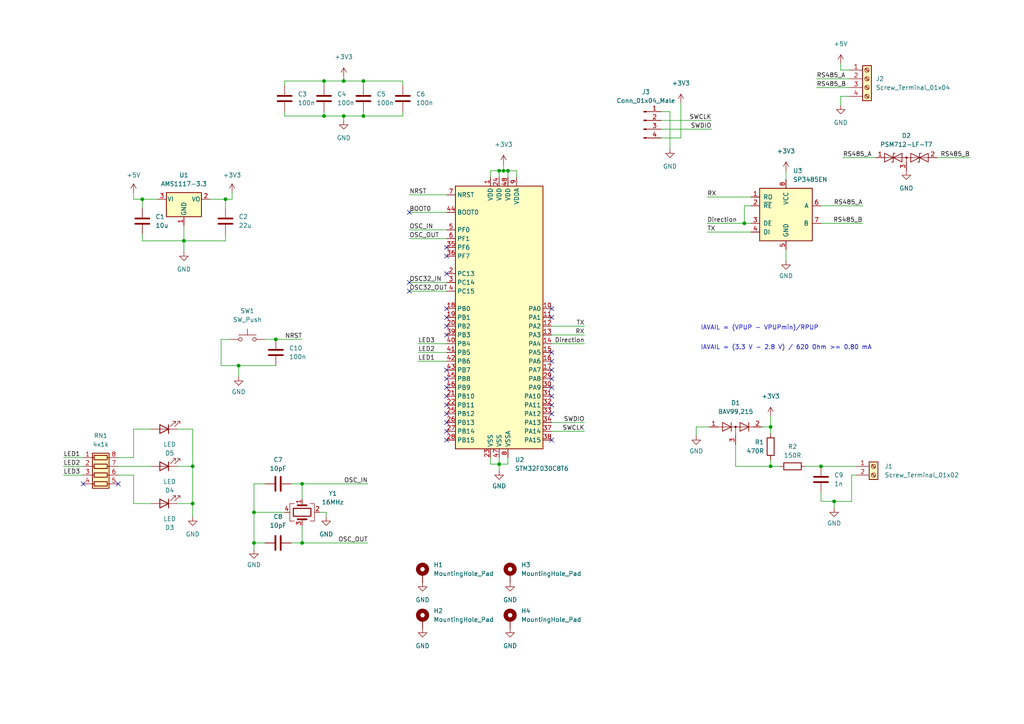
<source format=kicad_sch>
(kicad_sch (version 20211123) (generator eeschema)
  (paper "A4")
  (title_block (title "STM32 RS485 iButton Reader") (date "2023-06-05") (rev "1") (company "Chaosdorf - rappet"))
  (lib_symbols
    (symbol "Connector:Conn_01x04_Male" (pin_names (offset 1.016) hide)
      (property "Reference" "J" (at 0 5.08 0))
      (property "Value" "Conn_01x04_Male" (at 0 -7.62 0))
      (symbol "Conn_01x04_Male_1_1"
        (polyline (pts (xy 1.27 -5.08) (xy 0.8636 -5.08)) (stroke (width 0.1524)))
        (polyline (pts (xy 1.27 -2.54) (xy 0.8636 -2.54)) (stroke (width 0.1524)))
        (polyline (pts (xy 1.27 0) (xy 0.8636 0)) (stroke (width 0.1524)))
        (polyline (pts (xy 1.27 2.54) (xy 0.8636 2.54)) (stroke (width 0.1524)))
        (rectangle (start 0.8636 -4.953) (end 0 -5.207) (stroke (width 0.1524)) (fill (type outline)))
        (rectangle (start 0.8636 -2.413) (end 0 -2.667) (stroke (width 0.1524)) (fill (type outline)))
        (rectangle (start 0.8636 0.127) (end 0 -0.127) (stroke (width 0.1524)) (fill (type outline)))
        (rectangle (start 0.8636 2.667) (end 0 2.413) (stroke (width 0.1524)) (fill (type outline)))
        (pin passive line (at 5.08 2.54 180) (length 3.81) (name "Pin_1") (number "1"))
        (pin passive line (at 5.08 0 180) (length 3.81) (name "Pin_2") (number "2"))
        (pin passive line (at 5.08 -2.54 180) (length 3.81) (name "Pin_3") (number "3"))
        (pin passive line (at 5.08 -5.08 180) (length 3.81) (name "Pin_4") (number "4"))
      )
    )
    (symbol "Connector:Screw_Terminal_01x02" (pin_names (offset 1.016) hide)
      (property "Reference" "J" (at 0 2.54 0))
      (property "Value" "Screw_Terminal_01x02" (at 0 -5.08 0))
      (symbol "Screw_Terminal_01x02_1_1"
        (rectangle (start -1.27 1.27) (end 1.27 -3.81) (stroke (width 0.254)) (fill (type background)))
        (circle (center 0 -2.54) (radius 0.635) (stroke (width 0.1524)))
        (polyline (pts (xy -0.5334 -2.2098) (xy 0.3302 -3.048)) (stroke (width 0.1524)))
        (polyline (pts (xy -0.5334 0.3302) (xy 0.3302 -0.508)) (stroke (width 0.1524)))
        (polyline (pts (xy -0.3556 -2.032) (xy 0.508 -2.8702)) (stroke (width 0.1524)))
        (polyline (pts (xy -0.3556 0.508) (xy 0.508 -0.3302)) (stroke (width 0.1524)))
        (circle (center 0 0) (radius 0.635) (stroke (width 0.1524)))
        (pin passive line (at -5.08 0 0) (length 3.81) (name "Pin_1") (number "1"))
        (pin passive line (at -5.08 -2.54 0) (length 3.81) (name "Pin_2") (number "2"))
      )
    )
    (symbol "Connector:Screw_Terminal_01x04" (pin_names (offset 1.016) hide)
      (property "Reference" "J" (at 0 5.08 0))
      (property "Value" "Screw_Terminal_01x04" (at 0 -7.62 0))
      (symbol "Screw_Terminal_01x04_1_1"
        (rectangle (start -1.27 3.81) (end 1.27 -6.35) (stroke (width 0.254)) (fill (type background)))
        (circle (center 0 -5.08) (radius 0.635) (stroke (width 0.1524)))
        (circle (center 0 -2.54) (radius 0.635) (stroke (width 0.1524)))
        (polyline (pts (xy -0.5334 -4.7498) (xy 0.3302 -5.588)) (stroke (width 0.1524)))
        (polyline (pts (xy -0.5334 -2.2098) (xy 0.3302 -3.048)) (stroke (width 0.1524)))
        (polyline (pts (xy -0.5334 0.3302) (xy 0.3302 -0.508)) (stroke (width 0.1524)))
        (polyline (pts (xy -0.5334 2.8702) (xy 0.3302 2.032)) (stroke (width 0.1524)))
        (polyline (pts (xy -0.3556 -4.572) (xy 0.508 -5.4102)) (stroke (width 0.1524)))
        (polyline (pts (xy -0.3556 -2.032) (xy 0.508 -2.8702)) (stroke (width 0.1524)))
        (polyline (pts (xy -0.3556 0.508) (xy 0.508 -0.3302)) (stroke (width 0.1524)))
        (polyline (pts (xy -0.3556 3.048) (xy 0.508 2.2098)) (stroke (width 0.1524)))
        (circle (center 0 0) (radius 0.635) (stroke (width 0.1524)))
        (circle (center 0 2.54) (radius 0.635) (stroke (width 0.1524)))
        (pin passive line (at -5.08 2.54 0) (length 3.81) (name "Pin_1") (number "1"))
        (pin passive line (at -5.08 0 0) (length 3.81) (name "Pin_2") (number "2"))
        (pin passive line (at -5.08 -2.54 0) (length 3.81) (name "Pin_3") (number "3"))
        (pin passive line (at -5.08 -5.08 0) (length 3.81) (name "Pin_4") (number "4"))
      )
    )
    (symbol "Device:C" (pin_numbers hide) (pin_names (offset 0.254))
      (property "Reference" "C" (at 0.635 2.54 0))
      (property "Value" "C" (at 0.635 -2.54 0))
      (symbol "C_0_1"
        (polyline (pts (xy -2.032 -0.762) (xy 2.032 -0.762)) (stroke (width 0.508)))
        (polyline (pts (xy -2.032 0.762) (xy 2.032 0.762)) (stroke (width 0.508)))
      )
      (symbol "C_1_1"
        (pin passive line (at 0 3.81 270) (length 2.794) (name "~") (number "1"))
        (pin passive line (at 0 -3.81 90) (length 2.794) (name "~") (number "2"))
      )
    )
    (symbol "Device:Crystal_GND24" (pin_names (offset 1.016) hide)
      (property "Reference" "Y" (at 3.175 5.08 0))
      (property "Value" "Crystal_GND24" (at 3.175 3.175 0))
      (symbol "Crystal_GND24_0_1"
        (rectangle (start -1.143 2.54) (end 1.143 -2.54) (stroke (width 0.3048)))
        (polyline (pts (xy -2.54 0) (xy -2.032 0)))
        (polyline (pts (xy -2.032 -1.27) (xy -2.032 1.27)) (stroke (width 0.508)))
        (polyline (pts (xy 0 -3.81) (xy 0 -3.556)))
        (polyline (pts (xy 0 3.556) (xy 0 3.81)))
        (polyline (pts (xy 2.032 -1.27) (xy 2.032 1.27)) (stroke (width 0.508)))
        (polyline (pts (xy 2.032 0) (xy 2.54 0)))
        (polyline (pts (xy -2.54 -2.286) (xy -2.54 -3.556) (xy 2.54 -3.556) (xy 2.54 -2.286)))
        (polyline (pts (xy -2.54 2.286) (xy -2.54 3.556) (xy 2.54 3.556) (xy 2.54 2.286)))
      )
      (symbol "Crystal_GND24_1_1"
        (pin passive line (at -3.81 0 0) (length 1.27) (name "1") (number "1"))
        (pin passive line (at 0 5.08 270) (length 1.27) (name "2") (number "2"))
        (pin passive line (at 3.81 0 180) (length 1.27) (name "3") (number "3"))
        (pin passive line (at 0 -5.08 90) (length 1.27) (name "4") (number "4"))
      )
    )
    (symbol "Device:LED" (pin_numbers hide) (pin_names (offset 1.016) hide)
      (property "Reference" "D" (at 0 2.54 0))
      (property "Value" "LED" (at 0 -2.54 0))
      (symbol "LED_0_1"
        (polyline (pts (xy -1.27 -1.27) (xy -1.27 1.27)) (stroke (width 0.254)))
        (polyline (pts (xy -1.27 0) (xy 1.27 0)))
        (polyline (pts (xy 1.27 -1.27) (xy 1.27 1.27) (xy -1.27 0) (xy 1.27 -1.27)) (stroke (width 0.254)))
        (polyline (pts (xy -3.048 -0.762) (xy -4.572 -2.286) (xy -3.81 -2.286) (xy -4.572 -2.286) (xy -4.572 -1.524)))
        (polyline (pts (xy -1.778 -0.762) (xy -3.302 -2.286) (xy -2.54 -2.286) (xy -3.302 -2.286) (xy -3.302 -1.524)))
      )
      (symbol "LED_1_1"
        (pin passive line (at -3.81 0 0) (length 2.54) (name "K") (number "1"))
        (pin passive line (at 3.81 0 180) (length 2.54) (name "A") (number "2"))
      )
    )
    (symbol "Device:R" (pin_numbers hide) (pin_names (offset 0))
      (property "Reference" "R" (at 2.032 0 90))
      (property "Value" "R" (at 0 0 90))
      (symbol "R_0_1"
        (rectangle (start -1.016 -2.54) (end 1.016 2.54) (stroke (width 0.254)))
      )
      (symbol "R_1_1"
        (pin passive line (at 0 3.81 270) (length 1.27) (name "~") (number "1"))
        (pin passive line (at 0 -3.81 90) (length 1.27) (name "~") (number "2"))
      )
    )
    (symbol "Device:R_Pack04" (pin_names (offset 0) hide)
      (property "Reference" "RN" (at -7.62 0 90))
      (property "Value" "R_Pack04" (at 5.08 0 90))
      (symbol "R_Pack04_0_1"
        (rectangle (start -6.35 -2.413) (end 3.81 2.413) (stroke (width 0.254)) (fill (type background)))
        (rectangle (start -5.715 1.905) (end -4.445 -1.905) (stroke (width 0.254)))
        (rectangle (start -3.175 1.905) (end -1.905 -1.905) (stroke (width 0.254)))
        (rectangle (start -0.635 1.905) (end 0.635 -1.905) (stroke (width 0.254)))
        (polyline (pts (xy -5.08 -2.54) (xy -5.08 -1.905)))
        (polyline (pts (xy -5.08 1.905) (xy -5.08 2.54)))
        (polyline (pts (xy -2.54 -2.54) (xy -2.54 -1.905)))
        (polyline (pts (xy -2.54 1.905) (xy -2.54 2.54)))
        (polyline (pts (xy 0 -2.54) (xy 0 -1.905)))
        (polyline (pts (xy 0 1.905) (xy 0 2.54)))
        (polyline (pts (xy 2.54 -2.54) (xy 2.54 -1.905)))
        (polyline (pts (xy 2.54 1.905) (xy 2.54 2.54)))
        (rectangle (start 1.905 1.905) (end 3.175 -1.905) (stroke (width 0.254)))
      )
      (symbol "R_Pack04_1_1"
        (pin passive line (at -5.08 -5.08 90) (length 2.54) (name "R1.1") (number "1"))
        (pin passive line (at -2.54 -5.08 90) (length 2.54) (name "R2.1") (number "2"))
        (pin passive line (at 0 -5.08 90) (length 2.54) (name "R3.1") (number "3"))
        (pin passive line (at 2.54 -5.08 90) (length 2.54) (name "R4.1") (number "4"))
        (pin passive line (at 2.54 5.08 270) (length 2.54) (name "R4.2") (number "5"))
        (pin passive line (at 0 5.08 270) (length 2.54) (name "R3.2") (number "6"))
        (pin passive line (at -2.54 5.08 270) (length 2.54) (name "R2.2") (number "7"))
        (pin passive line (at -5.08 5.08 270) (length 2.54) (name "R1.2") (number "8"))
      )
    )
    (symbol "Diode:BAV99" (pin_names hide)
      (property "Reference" "D" (at 0 5.08 0))
      (property "Value" "BAV99" (at 0 2.54 0))
      (symbol "BAV99_0_1"
        (polyline (pts (xy -5.08 0) (xy 5.08 0)))
      )
      (symbol "BAV99_1_1"
        (polyline (pts (xy 0 0) (xy 0 -2.54)))
        (polyline (pts (xy -1.27 -1.27) (xy -1.27 1.27) (xy -1.27 1.27)) (stroke (width 0.2032)))
        (polyline (pts (xy 3.81 1.27) (xy 3.81 -1.27) (xy 3.81 -1.27)) (stroke (width 0.2032)))
        (polyline (pts (xy -3.81 1.27) (xy -1.27 0) (xy -3.81 -1.27) (xy -3.81 1.27) (xy -3.81 1.27) (xy -3.81 1.27)) (stroke (width 0.2032)))
        (polyline (pts (xy 1.27 1.27) (xy 3.81 0) (xy 1.27 -1.27) (xy 1.27 1.27) (xy 1.27 1.27) (xy 1.27 1.27)) (stroke (width 0.2032)))
        (circle (center 0 0) (radius 0.254) (fill (type outline)))
        (pin passive line (at -7.62 0 0) (length 2.54) (name "K") (number "1"))
        (pin passive line (at 7.62 0 180) (length 2.54) (name "A") (number "2"))
        (pin passive line (at 0 -5.08 90) (length 2.54) (name "K") (number "3"))
      )
    )
    (symbol "Diode:SM712_SOT23" (pin_names (offset 1.016) hide)
      (property "Reference" "D" (at 0 4.445 0))
      (property "Value" "SM712_SOT23" (at 0 2.54 0))
      (symbol "SM712_SOT23_0_0"
        (polyline (pts (xy 0 -1.27) (xy 0 0)))
      )
      (symbol "SM712_SOT23_0_1"
        (polyline (pts (xy -6.35 0) (xy 6.35 0)))
        (polyline (pts (xy -3.302 1.27) (xy -3.81 1.27) (xy -3.81 -1.27) (xy -4.318 -1.27)) (stroke (width 0.2032)))
        (polyline (pts (xy 4.318 1.27) (xy 3.81 1.27) (xy 3.81 -1.27) (xy 3.302 -1.27)) (stroke (width 0.2032)))
        (polyline (pts (xy -6.35 -1.27) (xy -1.27 1.27) (xy -1.27 -1.27) (xy -6.35 1.27) (xy -6.35 -1.27)) (stroke (width 0.2032)))
        (polyline (pts (xy 1.27 -1.27) (xy 1.27 1.27) (xy 6.35 -1.27) (xy 6.35 1.27) (xy 1.27 -1.27)) (stroke (width 0.2032)))
        (circle (center 0 0) (radius 0.254) (fill (type outline)))
      )
      (symbol "SM712_SOT23_1_1"
        (pin passive line (at -8.89 0 0) (length 2.54) (name "A1") (number "1"))
        (pin passive line (at 8.89 0 180) (length 2.54) (name "A2") (number "2"))
        (pin input line (at 0 -3.81 90) (length 2.54) (name "common") (number "3"))
      )
    )
    (symbol "Interface_UART:SP3485EN" (pin_names (offset 1.016))
      (property "Reference" "U" (at -7.62 8.89 0))
      (property "Value" "SP3485EN" (at 2.54 8.89 0))
      (symbol "SP3485EN_0_1"
        (rectangle (start -7.62 7.62) (end 7.62 -7.62) (stroke (width 0.254)) (fill (type background)))
      )
      (symbol "SP3485EN_1_1"
        (pin output line (at -10.16 5.08 0) (length 2.54) (name "RO") (number "1"))
        (pin input line (at -10.16 2.54 0) (length 2.54) (name "~{RE}") (number "2"))
        (pin input line (at -10.16 -2.54 0) (length 2.54) (name "DE") (number "3"))
        (pin input line (at -10.16 -5.08 0) (length 2.54) (name "DI") (number "4"))
        (pin power_in line (at 0 -10.16 90) (length 2.54) (name "GND") (number "5"))
        (pin bidirectional line (at 10.16 2.54 180) (length 2.54) (name "A") (number "6"))
        (pin bidirectional line (at 10.16 -2.54 180) (length 2.54) (name "B") (number "7"))
        (pin power_in line (at 0 10.16 270) (length 2.54) (name "VCC") (number "8"))
      )
    )
    (symbol "MCU_ST_STM32F0:STM32F030C8Tx"
      (property "Reference" "U" (at -12.7 39.37 0))
      (property "Value" "STM32F030C8Tx" (at 7.62 39.37 0))
      (symbol "STM32F030C8Tx_0_1"
        (rectangle (start -12.7 -38.1) (end 12.7 38.1) (stroke (width 0.254)) (fill (type background)))
      )
      (symbol "STM32F030C8Tx_1_1"
        (pin power_in line (at -2.54 40.64 270) (length 2.54) (name "VDD") (number "1"))
        (pin bidirectional line (at 15.24 2.54 180) (length 2.54) (name "PA0") (number "10"))
        (pin bidirectional line (at 15.24 0 180) (length 2.54) (name "PA1") (number "11"))
        (pin bidirectional line (at 15.24 -2.54 180) (length 2.54) (name "PA2") (number "12"))
        (pin bidirectional line (at 15.24 -5.08 180) (length 2.54) (name "PA3") (number "13"))
        (pin bidirectional line (at 15.24 -7.62 180) (length 2.54) (name "PA4") (number "14"))
        (pin bidirectional line (at 15.24 -10.16 180) (length 2.54) (name "PA5") (number "15"))
        (pin bidirectional line (at 15.24 -12.7 180) (length 2.54) (name "PA6") (number "16"))
        (pin bidirectional line (at 15.24 -15.24 180) (length 2.54) (name "PA7") (number "17"))
        (pin bidirectional line (at -15.24 2.54 0) (length 2.54) (name "PB0") (number "18"))
        (pin bidirectional line (at -15.24 0 0) (length 2.54) (name "PB1") (number "19"))
        (pin bidirectional line (at -15.24 12.7 0) (length 2.54) (name "PC13") (number "2"))
        (pin bidirectional line (at -15.24 -2.54 0) (length 2.54) (name "PB2") (number "20"))
        (pin bidirectional line (at -15.24 -22.86 0) (length 2.54) (name "PB10") (number "21"))
        (pin bidirectional line (at -15.24 -25.4 0) (length 2.54) (name "PB11") (number "22"))
        (pin power_in line (at -2.54 -40.64 90) (length 2.54) (name "VSS") (number "23"))
        (pin power_in line (at 0 40.64 270) (length 2.54) (name "VDD") (number "24"))
        (pin bidirectional line (at -15.24 -27.94 0) (length 2.54) (name "PB12") (number "25"))
        (pin bidirectional line (at -15.24 -30.48 0) (length 2.54) (name "PB13") (number "26"))
        (pin bidirectional line (at -15.24 -33.02 0) (length 2.54) (name "PB14") (number "27"))
        (pin bidirectional line (at -15.24 -35.56 0) (length 2.54) (name "PB15") (number "28"))
        (pin bidirectional line (at 15.24 -17.78 180) (length 2.54) (name "PA8") (number "29"))
        (pin bidirectional line (at -15.24 10.16 0) (length 2.54) (name "PC14") (number "3"))
        (pin bidirectional line (at 15.24 -20.32 180) (length 2.54) (name "PA9") (number "30"))
        (pin bidirectional line (at 15.24 -22.86 180) (length 2.54) (name "PA10") (number "31"))
        (pin bidirectional line (at 15.24 -25.4 180) (length 2.54) (name "PA11") (number "32"))
        (pin bidirectional line (at 15.24 -27.94 180) (length 2.54) (name "PA12") (number "33"))
        (pin bidirectional line (at 15.24 -30.48 180) (length 2.54) (name "PA13") (number "34"))
        (pin bidirectional line (at -15.24 20.32 0) (length 2.54) (name "PF6") (number "35"))
        (pin bidirectional line (at -15.24 17.78 0) (length 2.54) (name "PF7") (number "36"))
        (pin bidirectional line (at 15.24 -33.02 180) (length 2.54) (name "PA14") (number "37"))
        (pin bidirectional line (at 15.24 -35.56 180) (length 2.54) (name "PA15") (number "38"))
        (pin bidirectional line (at -15.24 -5.08 0) (length 2.54) (name "PB3") (number "39"))
        (pin bidirectional line (at -15.24 7.62 0) (length 2.54) (name "PC15") (number "4"))
        (pin bidirectional line (at -15.24 -7.62 0) (length 2.54) (name "PB4") (number "40"))
        (pin bidirectional line (at -15.24 -10.16 0) (length 2.54) (name "PB5") (number "41"))
        (pin bidirectional line (at -15.24 -12.7 0) (length 2.54) (name "PB6") (number "42"))
        (pin bidirectional line (at -15.24 -15.24 0) (length 2.54) (name "PB7") (number "43"))
        (pin input line (at -15.24 30.48 0) (length 2.54) (name "BOOT0") (number "44"))
        (pin bidirectional line (at -15.24 -17.78 0) (length 2.54) (name "PB8") (number "45"))
        (pin bidirectional line (at -15.24 -20.32 0) (length 2.54) (name "PB9") (number "46"))
        (pin power_in line (at 0 -40.64 90) (length 2.54) (name "VSS") (number "47"))
        (pin power_in line (at 2.54 40.64 270) (length 2.54) (name "VDD") (number "48"))
        (pin input line (at -15.24 25.4 0) (length 2.54) (name "PF0") (number "5"))
        (pin input line (at -15.24 22.86 0) (length 2.54) (name "PF1") (number "6"))
        (pin input line (at -15.24 35.56 0) (length 2.54) (name "NRST") (number "7"))
        (pin power_in line (at 2.54 -40.64 90) (length 2.54) (name "VSSA") (number "8"))
        (pin power_in line (at 5.08 40.64 270) (length 2.54) (name "VDDA") (number "9"))
      )
    )
    (symbol "Mechanical:MountingHole_Pad" (pin_numbers hide) (pin_names (offset 1.016) hide)
      (property "Reference" "H" (at 0 6.35 0))
      (property "Value" "MountingHole_Pad" (at 0 4.445 0))
      (symbol "MountingHole_Pad_0_1"
        (circle (center 0 1.27) (radius 1.27) (stroke (width 1.27)))
      )
      (symbol "MountingHole_Pad_1_1"
        (pin input line (at 0 -2.54 90) (length 2.54) (name "1") (number "1"))
      )
    )
    (symbol "Regulator_Linear:AMS1117-3.3" (pin_names (offset 0.254))
      (property "Reference" "U" (at -3.81 3.175 0))
      (property "Value" "AMS1117-3.3" (at 0 3.175 0))
      (symbol "AMS1117-3.3_0_1"
        (rectangle (start -5.08 -5.08) (end 5.08 1.905) (stroke (width 0.254)) (fill (type background)))
      )
      (symbol "AMS1117-3.3_1_1"
        (pin power_in line (at 0 -7.62 90) (length 2.54) (name "GND") (number "1"))
        (pin power_out line (at 7.62 0 180) (length 2.54) (name "VO") (number "2"))
        (pin power_in line (at -7.62 0 0) (length 2.54) (name "VI") (number "3"))
      )
    )
    (symbol "Switch:SW_Push" (pin_numbers hide) (pin_names (offset 1.016) hide)
      (property "Reference" "SW" (at 1.27 2.54 0))
      (property "Value" "SW_Push" (at 0 -1.524 0))
      (symbol "SW_Push_0_1"
        (circle (center -2.032 0) (radius 0.508))
        (polyline (pts (xy 0 1.27) (xy 0 3.048)))
        (polyline (pts (xy 2.54 1.27) (xy -2.54 1.27)))
        (circle (center 2.032 0) (radius 0.508))
        (pin passive line (at -5.08 0 0) (length 2.54) (name "1") (number "1"))
        (pin passive line (at 5.08 0 180) (length 2.54) (name "2") (number "2"))
      )
    )
    (symbol "power:+3V3" (power) (pin_names (offset 0))
      (property "Value" "+3V3" (at 0 3.556 0))
      (symbol "+3V3_0_1"
        (polyline (pts (xy -0.762 1.27) (xy 0 2.54)))
        (polyline (pts (xy 0 0) (xy 0 2.54)))
        (polyline (pts (xy 0 2.54) (xy 0.762 1.27)))
      )
      (symbol "+3V3_1_1"
        (pin power_in line (at 0 0 90) (length 0) hide (name "+3V3") (number "1"))
      )
    )
    (symbol "power:+5V" (power) (pin_names (offset 0))
      (property "Value" "+5V" (at 0 3.556 0))
      (symbol "+5V_0_1"
        (polyline (pts (xy -0.762 1.27) (xy 0 2.54)))
        (polyline (pts (xy 0 0) (xy 0 2.54)))
        (polyline (pts (xy 0 2.54) (xy 0.762 1.27)))
      )
      (symbol "+5V_1_1"
        (pin power_in line (at 0 0 90) (length 0) hide (name "+5V") (number "1"))
      )
    )
    (symbol "power:GND" (power) (pin_names (offset 0))
      (property "Value" "GND" (at 0 -3.81 0))
      (symbol "GND_0_1"
        (polyline (pts (xy 0 0) (xy 0 -1.27) (xy 1.27 -1.27) (xy 0 -2.54) (xy -1.27 -1.27) (xy 0 -1.27)))
      )
      (symbol "GND_1_1"
        (pin power_in line (at 0 0 270) (length 0) hide (name "GND") (number "1"))
      )
    )
  )
  (junction (at 238.125 135.255))
  (junction (at 146.05 49.53))
  (junction (at 99.695 23.495))
  (junction (at 55.88 135.255))
  (junction (at 215.9 64.77))
  (junction (at 99.695 33.655))
  (junction (at 87.63 140.335))
  (junction (at 93.98 33.655))
  (junction (at 80.01 98.425))
  (junction (at 53.34 69.85))
  (junction (at 144.78 134.62))
  (junction (at 105.41 23.495))
  (junction (at 69.215 106.045))
  (junction (at 93.98 23.495))
  (junction (at 144.78 49.53))
  (junction (at 55.88 146.05))
  (junction (at 65.405 57.785))
  (junction (at 223.52 123.825))
  (junction (at 223.52 135.255))
  (junction (at 73.66 148.59))
  (junction (at 105.41 33.655))
  (junction (at 41.275 57.785))
  (junction (at 241.935 145.415))
  (junction (at 73.66 157.48))
  (junction (at 87.63 157.48))
  (junction (at 147.32 49.53))
  (no_connect (at 129.54 71.755))
  (no_connect (at 160.02 102.235))
  (no_connect (at 24.13 140.335))
  (no_connect (at 129.54 120.015))
  (no_connect (at 129.54 97.155))
  (no_connect (at 129.54 117.475))
  (no_connect (at 160.02 117.475))
  (no_connect (at 160.02 112.395))
  (no_connect (at 129.54 74.295))
  (no_connect (at 129.54 92.075))
  (no_connect (at 129.54 125.095))
  (no_connect (at 129.54 107.315))
  (no_connect (at 129.54 122.555))
  (no_connect (at 129.54 109.855))
  (no_connect (at 118.745 84.455))
  (no_connect (at 34.29 140.335))
  (no_connect (at 160.02 104.775))
  (no_connect (at 160.02 109.855))
  (no_connect (at 129.54 114.935))
  (no_connect (at 129.54 94.615))
  (no_connect (at 160.02 89.535))
  (no_connect (at 129.54 127.635))
  (no_connect (at 118.745 81.915))
  (no_connect (at 160.02 127.635))
  (no_connect (at 160.02 107.315))
  (no_connect (at 129.54 112.395))
  (no_connect (at 118.745 61.595))
  (no_connect (at 160.02 114.935))
  (no_connect (at 129.54 89.535))
  (no_connect (at 160.02 92.075))
  (no_connect (at 160.02 120.015))
  (no_connect (at 129.54 79.375))
  (wire (pts (xy 93.98 33.655) (xy 99.695 33.655)))
  (wire (pts (xy 118.745 56.515) (xy 129.54 56.515)))
  (wire (pts (xy 82.55 33.655) (xy 93.98 33.655)))
  (wire (pts (xy 73.66 157.48) (xy 73.66 159.385)))
  (wire (pts (xy 73.66 157.48) (xy 73.66 148.59)))
  (wire (pts (xy 116.84 33.655) (xy 116.84 32.385)))
  (wire (pts (xy 223.52 125.73) (xy 223.52 123.825)))
  (wire (pts (xy 118.745 81.915) (xy 129.54 81.915)))
  (wire (pts (xy 55.88 135.255) (xy 51.435 135.255)))
  (wire (pts (xy 201.93 123.825) (xy 205.74 123.825)))
  (wire (pts (xy 55.88 124.46) (xy 51.435 124.46)))
  (wire (pts (xy 160.02 94.615) (xy 169.545 94.615)))
  (wire (pts (xy 144.78 132.715) (xy 144.78 134.62)))
  (wire (pts (xy 93.98 24.765) (xy 93.98 23.495)))
  (wire (pts (xy 53.34 73.025) (xy 53.34 69.85)))
  (wire (pts (xy 223.52 135.255) (xy 226.06 135.255)))
  (wire (pts (xy 121.285 104.775) (xy 129.54 104.775)))
  (wire (pts (xy 69.215 106.045) (xy 80.01 106.045)))
  (wire (pts (xy 213.36 135.255) (xy 223.52 135.255)))
  (wire (pts (xy 64.135 106.045) (xy 69.215 106.045)))
  (wire (pts (xy 18.415 137.795) (xy 24.13 137.795)))
  (wire (pts (xy 65.405 69.85) (xy 65.405 67.945)))
  (wire (pts (xy 121.285 99.695) (xy 129.54 99.695)))
  (wire (pts (xy 41.275 57.785) (xy 41.275 60.325)))
  (wire (pts (xy 236.855 22.86) (xy 246.38 22.86)))
  (wire (pts (xy 205.105 64.77) (xy 215.9 64.77)))
  (wire (pts (xy 118.745 61.595) (xy 129.54 61.595)))
  (wire (pts (xy 238.125 59.69) (xy 250.19 59.69)))
  (wire (pts (xy 55.88 146.05) (xy 51.435 146.05)))
  (wire (pts (xy 142.24 132.715) (xy 142.24 134.62)))
  (wire (pts (xy 55.88 124.46) (xy 55.88 135.255)))
  (wire (pts (xy 67.31 55.88) (xy 67.31 57.785)))
  (wire (pts (xy 55.88 135.255) (xy 55.88 146.05)))
  (wire (pts (xy 144.78 134.62) (xy 144.78 136.525)))
  (wire (pts (xy 43.815 135.255) (xy 34.29 135.255)))
  (wire (pts (xy 67.31 57.785) (xy 65.405 57.785)))
  (wire (pts (xy 82.55 24.765) (xy 82.55 23.495)))
  (wire (pts (xy 41.275 69.85) (xy 53.34 69.85)))
  (wire (pts (xy 241.935 145.415) (xy 241.935 147.32)))
  (wire (pts (xy 94.615 149.86) (xy 94.615 148.59)))
  (wire (pts (xy 84.455 157.48) (xy 87.63 157.48)))
  (wire (pts (xy 38.735 57.785) (xy 41.275 57.785)))
  (wire (pts (xy 215.9 59.69) (xy 215.9 64.77)))
  (wire (pts (xy 99.695 33.655) (xy 99.695 34.925)))
  (wire (pts (xy 244.475 45.72) (xy 254 45.72)))
  (wire (pts (xy 243.84 27.94) (xy 246.38 27.94)))
  (wire (pts (xy 213.36 128.905) (xy 213.36 135.255)))
  (wire (pts (xy 271.78 45.72) (xy 281.305 45.72)))
  (wire (pts (xy 233.68 135.255) (xy 238.125 135.255)))
  (wire (pts (xy 142.24 49.53) (xy 144.78 49.53)))
  (wire (pts (xy 43.815 124.46) (xy 38.735 124.46)))
  (wire (pts (xy 64.135 98.425) (xy 64.135 106.045)))
  (wire (pts (xy 194.31 32.385) (xy 191.77 32.385)))
  (wire (pts (xy 82.55 32.385) (xy 82.55 33.655)))
  (wire (pts (xy 118.745 84.455) (xy 129.54 84.455)))
  (wire (pts (xy 18.415 135.255) (xy 24.13 135.255)))
  (wire (pts (xy 194.31 43.18) (xy 194.31 32.385)))
  (wire (pts (xy 241.935 145.415) (xy 247.015 145.415)))
  (wire (pts (xy 238.125 64.77) (xy 250.19 64.77)))
  (wire (pts (xy 142.24 51.435) (xy 142.24 49.53)))
  (wire (pts (xy 38.735 132.715) (xy 38.735 124.46)))
  (wire (pts (xy 147.32 51.435) (xy 147.32 49.53)))
  (wire (pts (xy 241.935 145.415) (xy 238.125 145.415)))
  (wire (pts (xy 65.405 60.325) (xy 65.405 57.785)))
  (wire (pts (xy 149.86 49.53) (xy 147.32 49.53)))
  (wire (pts (xy 116.84 23.495) (xy 105.41 23.495)))
  (wire (pts (xy 65.405 57.785) (xy 60.96 57.785)))
  (wire (pts (xy 205.105 57.15) (xy 217.805 57.15)))
  (wire (pts (xy 220.98 123.825) (xy 223.52 123.825)))
  (wire (pts (xy 118.745 66.675) (xy 129.54 66.675)))
  (wire (pts (xy 87.63 140.335) (xy 87.63 144.78)))
  (wire (pts (xy 82.55 23.495) (xy 93.98 23.495)))
  (wire (pts (xy 94.615 148.59) (xy 92.71 148.59)))
  (wire (pts (xy 116.84 24.765) (xy 116.84 23.495)))
  (wire (pts (xy 73.66 140.335) (xy 76.835 140.335)))
  (wire (pts (xy 105.41 33.655) (xy 116.84 33.655)))
  (wire (pts (xy 191.77 37.465) (xy 206.375 37.465)))
  (wire (pts (xy 55.88 146.05) (xy 55.88 149.86)))
  (wire (pts (xy 215.9 64.77) (xy 217.805 64.77)))
  (wire (pts (xy 87.63 140.335) (xy 106.68 140.335)))
  (wire (pts (xy 197.485 40.005) (xy 197.485 29.845)))
  (wire (pts (xy 191.77 40.005) (xy 197.485 40.005)))
  (wire (pts (xy 105.41 32.385) (xy 105.41 33.655)))
  (wire (pts (xy 84.455 140.335) (xy 87.63 140.335)))
  (wire (pts (xy 144.78 51.435) (xy 144.78 49.53)))
  (wire (pts (xy 160.02 97.155) (xy 169.545 97.155)))
  (wire (pts (xy 146.05 49.53) (xy 146.05 47.625)))
  (wire (pts (xy 41.275 67.945) (xy 41.275 69.85)))
  (wire (pts (xy 73.66 148.59) (xy 73.66 140.335)))
  (wire (pts (xy 76.835 157.48) (xy 73.66 157.48)))
  (wire (pts (xy 18.415 132.715) (xy 24.13 132.715)))
  (wire (pts (xy 147.32 134.62) (xy 144.78 134.62)))
  (wire (pts (xy 142.24 134.62) (xy 144.78 134.62)))
  (wire (pts (xy 160.02 99.695) (xy 169.545 99.695)))
  (wire (pts (xy 99.695 23.495) (xy 105.41 23.495)))
  (wire (pts (xy 80.01 98.425) (xy 87.63 98.425)))
  (wire (pts (xy 191.77 34.925) (xy 206.375 34.925)))
  (wire (pts (xy 160.02 122.555) (xy 169.545 122.555)))
  (wire (pts (xy 205.105 67.31) (xy 217.805 67.31)))
  (wire (pts (xy 227.965 49.53) (xy 227.965 52.07)))
  (wire (pts (xy 147.32 49.53) (xy 146.05 49.53)))
  (wire (pts (xy 53.34 65.405) (xy 53.34 69.85)))
  (wire (pts (xy 147.32 132.715) (xy 147.32 134.62)))
  (wire (pts (xy 118.745 69.215) (xy 129.54 69.215)))
  (wire (pts (xy 247.015 137.795) (xy 247.015 145.415)))
  (wire (pts (xy 38.735 137.795) (xy 38.735 146.05)))
  (wire (pts (xy 34.29 137.795) (xy 38.735 137.795)))
  (wire (pts (xy 38.735 146.05) (xy 43.815 146.05)))
  (wire (pts (xy 248.285 137.795) (xy 247.015 137.795)))
  (wire (pts (xy 227.965 72.39) (xy 227.965 75.565)))
  (wire (pts (xy 76.835 98.425) (xy 80.01 98.425)))
  (wire (pts (xy 243.84 18.415) (xy 243.84 20.32)))
  (wire (pts (xy 144.78 49.53) (xy 146.05 49.53)))
  (wire (pts (xy 201.93 126.365) (xy 201.93 123.825)))
  (wire (pts (xy 238.125 145.415) (xy 238.125 142.875)))
  (wire (pts (xy 106.68 157.48) (xy 87.63 157.48)))
  (wire (pts (xy 87.63 157.48) (xy 87.63 152.4)))
  (wire (pts (xy 66.675 98.425) (xy 64.135 98.425)))
  (wire (pts (xy 53.34 69.85) (xy 65.405 69.85)))
  (wire (pts (xy 105.41 33.655) (xy 99.695 33.655)))
  (wire (pts (xy 73.66 148.59) (xy 82.55 148.59)))
  (wire (pts (xy 69.215 109.22) (xy 69.215 106.045)))
  (wire (pts (xy 243.84 30.48) (xy 243.84 27.94)))
  (wire (pts (xy 243.84 20.32) (xy 246.38 20.32)))
  (wire (pts (xy 38.735 55.88) (xy 38.735 57.785)))
  (wire (pts (xy 236.855 25.4) (xy 246.38 25.4)))
  (wire (pts (xy 93.98 32.385) (xy 93.98 33.655)))
  (wire (pts (xy 223.52 123.825) (xy 223.52 120.65)))
  (wire (pts (xy 149.86 51.435) (xy 149.86 49.53)))
  (wire (pts (xy 238.125 135.255) (xy 248.285 135.255)))
  (wire (pts (xy 160.02 125.095) (xy 169.545 125.095)))
  (wire (pts (xy 93.98 23.495) (xy 99.695 23.495)))
  (wire (pts (xy 34.29 132.715) (xy 38.735 132.715)))
  (wire (pts (xy 105.41 23.495) (xy 105.41 24.765)))
  (wire (pts (xy 121.285 102.235) (xy 129.54 102.235)))
  (wire (pts (xy 99.695 23.495) (xy 99.695 22.225)))
  (wire (pts (xy 215.9 59.69) (xy 217.805 59.69)))
  (wire (pts (xy 41.275 57.785) (xy 45.72 57.785)))
  (wire (pts (xy 223.52 133.35) (xy 223.52 135.255)))
  (text "IAVAIL = (VPUP - VPUPmin)/RPUP" (at 203.2 95.885 0) (effects (font (size 1.27 1.27)) (justify left bottom)))
  (text "IAVAIL = (3.3 V - 2.8 V) / 620 Ohm >= 0.80 mA" (at 203.2 101.6 0) (effects (font (size 1.27 1.27)) (justify left bottom)))
  (label "SWCLK" (at 169.545 125.095 180))
  (label "RS485_A" (at 236.855 22.86 0))
  (label "TX" (at 169.545 94.615 180))
  (label "LED1" (at 121.285 104.775 0))
  (label "RS485_A" (at 250.19 59.69 180))
  (label "BOOT0" (at 118.745 61.595 0))
  (label "SWCLK" (at 206.375 34.925 180))
  (label "Direction" (at 205.105 64.77 0))
  (label "OSC_OUT" (at 118.745 69.215 0))
  (label "OSC32_IN" (at 118.745 81.915 0))
  (label "LED1" (at 18.415 132.715 0))
  (label "OSC_IN" (at 106.68 140.335 180))
  (label "TX" (at 205.105 67.31 0))
  (label "NRST" (at 87.63 98.425 180))
  (label "RX" (at 205.105 57.15 0))
  (label "LED2" (at 121.285 102.235 0))
  (label "OSC32_OUT" (at 118.745 84.455 0))
  (label "LED3" (at 18.415 137.795 0))
  (label "RS485_B" (at 281.305 45.72 180))
  (label "Direction" (at 169.545 99.695 180))
  (label "RS485_B" (at 236.855 25.4 0))
  (label "OSC_OUT" (at 106.68 157.48 180))
  (label "RX" (at 169.545 97.155 180))
  (label "RS485_A" (at 244.475 45.72 0))
  (label "SWDIO" (at 169.545 122.555 180))
  (label "SWDIO" (at 206.375 37.465 180))
  (label "NRST" (at 118.745 56.515 0))
  (label "LED3" (at 121.285 99.695 0))
  (label "OSC_IN" (at 118.745 66.675 0))
  (label "RS485_B" (at 250.19 64.77 180))
  (label "LED2" (at 18.415 135.255 0))
  (symbol (lib_id "power:GND") (at 99.695 34.925 0) (unit 1)
    (property "Reference" "#PWR0101" (effects hide))
    (property "Value" "GND" (at 99.695 40.005 0))
  )
  (symbol (lib_id "Connector:Screw_Terminal_01x02") (at 253.365 135.255 0) (unit 1)
    (property "Reference" "J1" (at 256.54 135.2549 0) (effects (justify left)))
    (property "Value" "Screw_Terminal_01x02" (at 256.54 137.7949 0) (effects (justify left)))
    (property "Footprint" "TerminalBlock_Phoenix:TerminalBlock_Phoenix_MKDS-1,5-2-5.08_1x02_P5.08mm_Horizontal" (effects hide))
  )
  (symbol (lib_id "power:+3V3") (at 67.31 55.88 0) (unit 1)
    (property "Reference" "#PWR0105" (effects hide))
    (property "Value" "+3V3" (at 67.31 50.8 0))
  )
  (symbol (lib_id "power:GND") (at 147.955 182.245 0) (unit 1)
    (property "Reference" "#PWR0119" (effects hide))
    (property "Value" "GND" (at 147.955 187.325 0))
  )
  (symbol (lib_id "Mechanical:MountingHole_Pad") (at 122.555 166.37 0) (unit 1)
    (property "Reference" "H1" (at 125.73 163.8299 0) (effects (justify left)))
    (property "Value" "MountingHole_Pad" (at 125.73 166.3699 0) (effects (justify left)))
    (property "Footprint" "MountingHole:MountingHole_3mm_Pad_Via" (effects hide))
  )
  (symbol (lib_id "Device:LED") (at 47.625 124.46 180) (unit 1)
    (property "Reference" "D5" (at 49.2125 131.445 0))
    (property "Value" "LED" (at 49.2125 128.905 0))
    (property "Footprint" "LED_SMD:LED_0603_1608Metric" (effects hide))
    (property "LCSC" "C2286" (effects hide))
  )
  (symbol (lib_id "power:+3V3") (at 197.485 29.845 0) (unit 1)
    (property "Reference" "#PWR0126" (effects hide))
    (property "Value" "+3V3" (at 197.485 24.13 0))
  )
  (symbol (lib_id "power:+3V3") (at 99.695 22.225 0) (unit 1)
    (property "Reference" "#PWR0102" (effects hide))
    (property "Value" "+3V3" (at 99.695 16.51 0))
  )
  (symbol (lib_id "Device:C") (at 80.645 157.48 90) (unit 1)
    (property "Reference" "C8" (at 80.645 149.86 90))
    (property "Value" "10pF" (at 80.645 152.4 90))
    (property "Footprint" "Capacitor_SMD:C_0402_1005Metric" (effects hide))
    (property "LCSC" "C32949" (effects hide))
  )
  (symbol (lib_id "Mechanical:MountingHole_Pad") (at 147.955 179.705 0) (unit 1)
    (property "Reference" "H4" (at 151.13 177.1649 0) (effects (justify left)))
    (property "Value" "MountingHole_Pad" (at 151.13 179.7049 0) (effects (justify left)))
    (property "Footprint" "MountingHole:MountingHole_3mm_Pad_Via" (effects hide))
  )
  (symbol (lib_id "power:GND") (at 53.34 73.025 0) (unit 1)
    (property "Reference" "#PWR0107" (effects hide))
    (property "Value" "GND" (at 53.34 78.105 0))
  )
  (symbol (lib_id "Diode:SM712_SOT23") (at 262.89 45.72 0) (unit 1)
    (property "Reference" "D2" (at 262.89 39.37 0))
    (property "Value" "PSM712-LF-T7" (at 262.89 41.91 0))
    (property "Footprint" "Package_TO_SOT_SMD:SOT-23" (effects hide))
    (property "Datasheet" "https://datasheet.lcsc.com/lcsc/1811061632_ProTek-Devices-PSM712-LF-T7_C32677.pdf" (effects hide))
    (property "LCSC" " C32677" (effects hide))
  )
  (symbol (lib_id "power:GND") (at 241.935 147.32 0) (unit 1)
    (property "Reference" "#PWR0114" (effects hide))
    (property "Value" "GND" (at 241.935 151.765 0))
  )
  (symbol (lib_id "Device:C") (at 80.01 102.235 0) (unit 1)
    (property "Reference" "C10" (at 83.82 100.9649 0) (effects (justify left)))
    (property "Value" "100n" (at 83.82 103.5049 0) (effects (justify left)))
    (property "Footprint" "Capacitor_SMD:C_0402_1005Metric" (effects hide))
    (property "LCSC" "C307331" (effects hide))
  )
  (symbol (lib_id "power:GND") (at 144.78 136.525 0) (unit 1)
    (property "Reference" "#PWR0104" (effects hide))
    (property "Value" "GND" (at 144.78 140.97 0))
  )
  (symbol (lib_id "power:GND") (at 122.555 168.91 0) (unit 1)
    (property "Reference" "#PWR0117" (effects hide))
    (property "Value" "GND" (at 122.555 173.99 0))
  )
  (symbol (lib_id "power:GND") (at 147.955 168.91 0) (unit 1)
    (property "Reference" "#PWR0118" (effects hide))
    (property "Value" "GND" (at 147.955 173.99 0))
  )
  (symbol (lib_id "Connector:Screw_Terminal_01x04") (at 251.46 22.86 0) (unit 1)
    (property "Reference" "J2" (at 254 22.8599 0) (effects (justify left)))
    (property "Value" "Screw_Terminal_01x04" (at 254 25.3999 0) (effects (justify left)))
    (property "Footprint" "TerminalBlock_Phoenix:TerminalBlock_Phoenix_MKDS-1,5-4-5.08_1x04_P5.08mm_Horizontal" (effects hide))
  )
  (symbol (lib_id "power:GND") (at 201.93 126.365 0) (unit 1)
    (property "Reference" "#PWR0112" (effects hide))
    (property "Value" "GND" (at 201.93 130.81 0))
  )
  (symbol (lib_id "Interface_UART:SP3485EN") (at 227.965 62.23 0) (unit 1)
    (property "Reference" "U3" (at 229.9844 49.53 0) (effects (justify left)))
    (property "Value" "SP3485EN" (at 229.9844 52.07 0) (effects (justify left)))
    (property "Footprint" "Package_SO:SOIC-8_3.9x4.9mm_P1.27mm" (effects hide))
    (property "Datasheet" "http://www.icbase.com/pdf/SPX/SPX00480106.pdf" (effects hide))
    (property "LCSC" "C8963" (effects hide))
  )
  (symbol (lib_id "Device:C") (at 93.98 28.575 0) (unit 1)
    (property "Reference" "C4" (at 97.79 27.3049 0) (effects (justify left)))
    (property "Value" "100n" (at 97.79 29.8449 0) (effects (justify left)))
    (property "Footprint" "Capacitor_SMD:C_0402_1005Metric" (effects hide))
    (property "LCSC" "C307331" (effects hide))
  )
  (symbol (lib_id "Mechanical:MountingHole_Pad") (at 122.555 179.705 0) (unit 1)
    (property "Reference" "H2" (at 125.73 177.1649 0) (effects (justify left)))
    (property "Value" "MountingHole_Pad" (at 125.73 179.7049 0) (effects (justify left)))
    (property "Footprint" "MountingHole:MountingHole_3mm_Pad_Via" (effects hide))
  )
  (symbol (lib_id "Device:C") (at 65.405 64.135 0) (mirror y) (unit 1)
    (property "Reference" "C2" (at 69.215 62.8649 0) (effects (justify right)))
    (property "Value" "22u" (at 69.215 65.4049 0) (effects (justify right)))
    (property "Footprint" "Capacitor_SMD:C_0805_2012Metric" (effects hide))
    (property "Datasheet" "https://datasheet.lcsc.com/lcsc/1810191216_Samsung-Electro-Mechanics-CL21B105KBFNNNE_C28323.pdf" (effects hide))
    (property "LCSC" "C45783" (effects hide))
  )
  (symbol (lib_id "Device:R") (at 223.52 129.54 0) (mirror x) (unit 1)
    (property "Reference" "R1" (at 221.615 128.2699 0) (effects (justify right)))
    (property "Value" "470R" (at 221.615 130.8099 0) (effects (justify right)))
    (property "Footprint" "Resistor_SMD:R_0805_2012Metric" (effects hide))
    (property "LCSC" "C17710" (effects hide))
  )
  (symbol (lib_id "Device:C") (at 82.55 28.575 0) (unit 1)
    (property "Reference" "C3" (at 86.36 27.3049 0) (effects (justify left)))
    (property "Value" "100n" (at 86.36 29.8449 0) (effects (justify left)))
    (property "Footprint" "Capacitor_SMD:C_0402_1005Metric" (effects hide))
    (property "LCSC" "C307331" (effects hide))
  )
  (symbol (lib_id "Device:C") (at 238.125 139.065 0) (unit 1)
    (property "Reference" "C9" (at 241.935 137.7949 0) (effects (justify left)))
    (property "Value" "1n" (at 241.935 140.3349 0) (effects (justify left)))
    (property "Footprint" "Capacitor_SMD:C_0603_1608Metric" (effects hide))
    (property "LCSC" "C1588" (effects hide))
  )
  (symbol (lib_id "Connector:Conn_01x04_Male") (at 186.69 34.925 0) (unit 1)
    (property "Reference" "J3" (at 187.325 26.67 0))
    (property "Value" "Conn_01x04_Male" (at 187.325 29.21 0))
    (property "Footprint" "Connector_PinHeader_2.54mm:PinHeader_1x04_P2.54mm_Horizontal" (effects hide))
  )
  (symbol (lib_id "Diode:BAV99") (at 213.36 123.825 0) (unit 1)
    (property "Reference" "D1" (at 213.36 116.84 0))
    (property "Value" "BAV99,215" (at 213.36 119.38 0))
    (property "Footprint" "Package_TO_SOT_SMD:SOT-23" (effects hide))
    (property "Datasheet" "https://assets.nexperia.com/documents/data-sheet/BAV99_SER.pdf" (effects hide))
    (property "LCSC" "C2500" (effects hide))
  )
  (symbol (lib_id "power:GND") (at 262.89 49.53 0) (unit 1)
    (property "Reference" "#PWR0122" (effects hide))
    (property "Value" "GND" (at 262.89 54.61 0))
  )
  (symbol (lib_id "power:GND") (at 69.215 109.22 0) (unit 1)
    (property "Reference" "#PWR0128" (effects hide))
    (property "Value" "GND" (at 69.215 113.665 0))
  )
  (symbol (lib_id "power:GND") (at 122.555 182.245 0) (unit 1)
    (property "Reference" "#PWR0120" (effects hide))
    (property "Value" "GND" (at 122.555 187.325 0))
  )
  (symbol (lib_id "power:GND") (at 227.965 75.565 0) (unit 1)
    (property "Reference" "#PWR0110" (effects hide))
    (property "Value" "GND" (at 227.965 80.01 0))
  )
  (symbol (lib_id "Device:C") (at 80.645 140.335 90) (unit 1)
    (property "Reference" "C7" (at 80.645 133.35 90))
    (property "Value" "10pF" (at 80.645 135.89 90))
    (property "Footprint" "Capacitor_SMD:C_0402_1005Metric" (effects hide))
    (property "LCSC" "C32949" (effects hide))
  )
  (symbol (lib_id "power:GND") (at 243.84 30.48 0) (unit 1)
    (property "Reference" "#PWR0115" (effects hide))
    (property "Value" "GND" (at 243.84 35.56 0))
  )
  (symbol (lib_id "Device:R") (at 229.87 135.255 90) (unit 1)
    (property "Reference" "R2" (at 229.87 129.54 90))
    (property "Value" "150R" (at 229.87 132.08 90))
    (property "Footprint" "Resistor_SMD:R_0805_2012Metric" (effects hide))
    (property "LCSC" "C17471" (effects hide))
  )
  (symbol (lib_id "Device:C") (at 116.84 28.575 0) (unit 1)
    (property "Reference" "C6" (at 120.65 27.3049 0) (effects (justify left)))
    (property "Value" "100n" (at 120.65 29.8449 0) (effects (justify left)))
    (property "Footprint" "Capacitor_SMD:C_0402_1005Metric" (effects hide))
    (property "LCSC" "C307331" (effects hide))
  )
  (symbol (lib_id "Device:Crystal_GND24") (at 87.63 148.59 270) (unit 1)
    (property "Reference" "Y1" (at 96.52 143.1288 90))
    (property "Value" "16MHz" (at 96.52 145.6688 90))
    (property "Footprint" "Crystal:Crystal_SMD_3225-4Pin_3.2x2.5mm" (effects hide))
    (property "LCSC" "X322516MLB4SI" (effects hide))
  )
  (symbol (lib_id "Regulator_Linear:AMS1117-3.3") (at 53.34 57.785 0) (unit 1)
    (property "Reference" "U1" (at 53.34 50.8 0))
    (property "Value" "AMS1117-3.3" (at 53.34 53.34 0))
    (property "Footprint" "Package_TO_SOT_SMD:SOT-223-3_TabPin2" (effects hide))
    (property "Datasheet" "http://www.advanced-monolithic.com/pdf/ds1117.pdf" (effects hide))
    (property "LCSC" "C6186" (effects hide))
  )
  (symbol (lib_id "power:GND") (at 55.88 149.86 0) (unit 1)
    (property "Reference" "#PWR0123" (effects hide))
    (property "Value" "GND" (at 55.88 154.94 0))
  )
  (symbol (lib_id "Switch:SW_Push") (at 71.755 98.425 0) (unit 1)
    (property "Reference" "SW1" (at 71.755 90.17 0))
    (property "Value" "SW_Push" (at 71.755 92.71 0))
    (property "Footprint" "Button_Switch_THT:SW_PUSH_6mm_H5mm" (effects hide))
  )
  (symbol (lib_id "Device:LED") (at 47.625 135.255 180) (unit 1)
    (property "Reference" "D4" (at 49.2125 142.24 0))
    (property "Value" "LED" (at 49.2125 139.7 0))
    (property "Footprint" "LED_SMD:LED_0603_1608Metric" (effects hide))
    (property "LCSC" "C2286" (effects hide))
  )
  (symbol (lib_id "Device:C") (at 105.41 28.575 0) (unit 1)
    (property "Reference" "C5" (at 109.22 27.3049 0) (effects (justify left)))
    (property "Value" "100n" (at 109.22 29.8449 0) (effects (justify left)))
    (property "Footprint" "Capacitor_SMD:C_0402_1005Metric" (effects hide))
    (property "LCSC" "C307331" (effects hide))
  )
  (symbol (lib_id "power:+5V") (at 243.84 18.415 0) (unit 1)
    (property "Reference" "#PWR0116" (effects hide))
    (property "Value" "+5V" (at 243.84 12.7 0))
  )
  (symbol (lib_id "power:+3V3") (at 146.05 47.625 0) (unit 1)
    (property "Reference" "#PWR0103" (effects hide))
    (property "Value" "+3V3" (at 146.05 41.91 0))
  )
  (symbol (lib_id "Device:R_Pack04") (at 29.21 137.795 270) (unit 1)
    (property "Reference" "RN1" (at 29.21 126.365 90))
    (property "Value" "4x1k" (at 29.21 128.905 90))
    (property "Footprint" "Resistor_SMD:R_Array_Convex_4x0603" (effects hide))
    (property "LCSC" "C20197" (effects hide))
  )
  (symbol (lib_id "power:GND") (at 73.66 159.385 0) (unit 1)
    (property "Reference" "#PWR0109" (effects hide))
    (property "Value" "GND" (at 73.66 163.83 0))
  )
  (symbol (lib_id "power:+3V3") (at 223.52 120.65 0) (unit 1)
    (property "Reference" "#PWR0113" (effects hide))
    (property "Value" "+3V3" (at 223.52 114.935 0))
  )
  (symbol (lib_id "Device:C") (at 41.275 64.135 0) (mirror y) (unit 1)
    (property "Reference" "C1" (at 45.085 62.8649 0) (effects (justify right)))
    (property "Value" "10u" (at 45.085 65.4049 0) (effects (justify right)))
    (property "Footprint" "Capacitor_SMD:C_0805_2012Metric" (effects hide))
    (property "Datasheet" "https://datasheet.lcsc.com/lcsc/1810191216_Samsung-Electro-Mechanics-CL21B105KBFNNNE_C28323.pdf" (effects hide))
    (property "LCSC" "C440198" (effects hide))
  )
  (symbol (lib_id "power:GND") (at 94.615 149.86 0) (unit 1)
    (property "Reference" "#PWR0108" (effects hide))
    (property "Value" "GND" (at 94.615 154.94 0))
  )
  (symbol (lib_id "Mechanical:MountingHole_Pad") (at 147.955 166.37 0) (unit 1)
    (property "Reference" "H3" (at 151.13 163.8299 0) (effects (justify left)))
    (property "Value" "MountingHole_Pad" (at 151.13 166.3699 0) (effects (justify left)))
    (property "Footprint" "MountingHole:MountingHole_3mm_Pad_Via" (effects hide))
  )
  (symbol (lib_id "power:+3V3") (at 227.965 49.53 0) (unit 1)
    (property "Reference" "#PWR0111" (effects hide))
    (property "Value" "+3V3" (at 227.965 43.815 0))
  )
  (symbol (lib_id "Device:LED") (at 47.625 146.05 180) (unit 1)
    (property "Reference" "D3" (at 49.2125 153.035 0))
    (property "Value" "LED" (at 49.2125 150.495 0))
    (property "Footprint" "LED_SMD:LED_0603_1608Metric" (effects hide))
    (property "LCSC" "C2286" (effects hide))
  )
  (symbol (lib_id "power:GND") (at 194.31 43.18 0) (unit 1)
    (property "Reference" "#PWR0121" (effects hide))
    (property "Value" "GND" (at 194.31 48.26 0))
  )
  (symbol (lib_id "power:+5V") (at 38.735 55.88 0) (unit 1)
    (property "Reference" "#PWR0106" (effects hide))
    (property "Value" "+5V" (at 38.735 50.8 0))
  )
  (symbol (lib_id "MCU_ST_STM32F0:STM32F030C8Tx") (at 144.78 92.075 0) (unit 1)
    (property "Reference" "U2" (at 149.3394 133.35 0) (effects (justify left)))
    (property "Value" "STM32F030C8T6 " (at 149.3394 135.89 0) (effects (justify left)))
    (property "Footprint" "Package_QFP:LQFP-48_7x7mm_P0.5mm" (effects hide))
    (property "Datasheet" "http://www.st.com/st-web-ui/static/active/en/resource/technical/document/datasheet/DM00088500.pdf" (effects hide))
    (property "LCSC" "C23922" (effects hide))
  )
)
</source>
